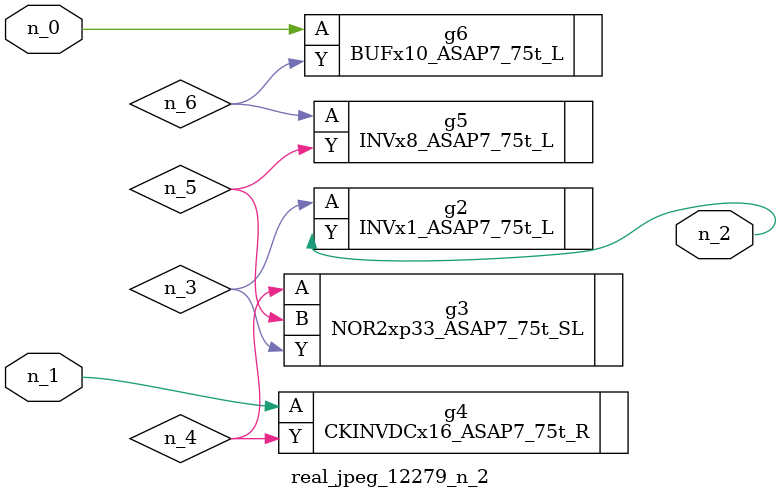
<source format=v>
module real_jpeg_12279_n_2 (n_1, n_0, n_2);

input n_1;
input n_0;

output n_2;

wire n_5;
wire n_4;
wire n_6;
wire n_3;

BUFx10_ASAP7_75t_L g6 ( 
.A(n_0),
.Y(n_6)
);

CKINVDCx16_ASAP7_75t_R g4 ( 
.A(n_1),
.Y(n_4)
);

INVx1_ASAP7_75t_L g2 ( 
.A(n_3),
.Y(n_2)
);

NOR2xp33_ASAP7_75t_SL g3 ( 
.A(n_4),
.B(n_5),
.Y(n_3)
);

INVx8_ASAP7_75t_L g5 ( 
.A(n_6),
.Y(n_5)
);


endmodule
</source>
